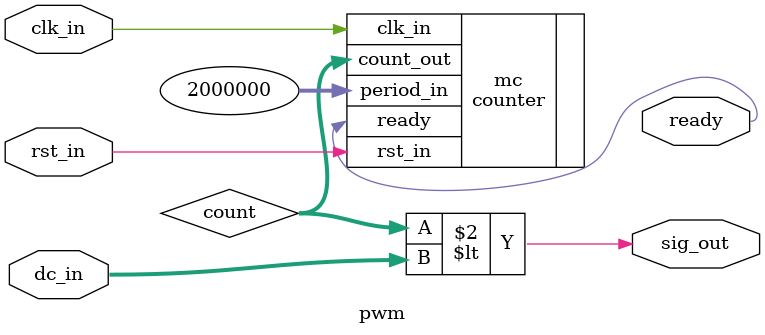
<source format=sv>
module pwm(   input wire clk_in,
              input wire rst_in,
              input wire [20:0] dc_in,
              output logic sig_out,
              output logic ready);
 
    logic [20:0] count;
    counter mc (.clk_in(clk_in),
                .rst_in(rst_in),
                .period_in(2000000),
                .count_out(count),
                .ready(ready));
    assign sig_out = count<dc_in; //very simple threshold check
endmodule
</source>
